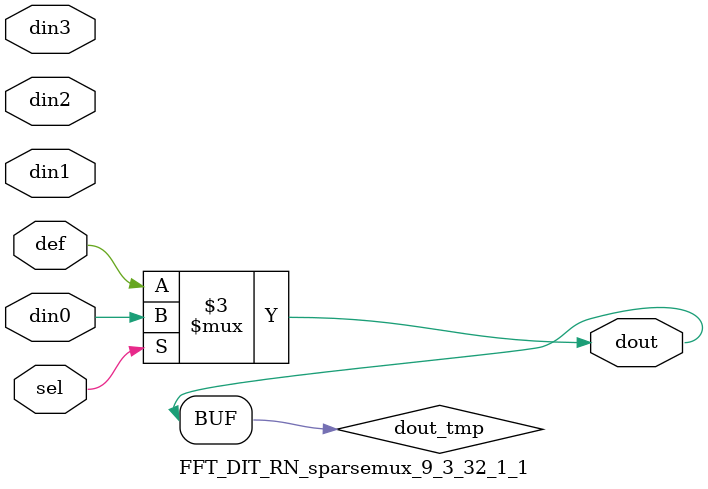
<source format=v>
`timescale 1ns / 1ps

module FFT_DIT_RN_sparsemux_9_3_32_1_1 (din0,din1,din2,din3,def,sel,dout);

parameter din0_WIDTH = 1;

parameter din1_WIDTH = 1;

parameter din2_WIDTH = 1;

parameter din3_WIDTH = 1;

parameter def_WIDTH = 1;
parameter sel_WIDTH = 1;
parameter dout_WIDTH = 1;

parameter [sel_WIDTH-1:0] CASE0 = 1;

parameter [sel_WIDTH-1:0] CASE1 = 1;

parameter [sel_WIDTH-1:0] CASE2 = 1;

parameter [sel_WIDTH-1:0] CASE3 = 1;

parameter ID = 1;
parameter NUM_STAGE = 1;



input [din0_WIDTH-1:0] din0;

input [din1_WIDTH-1:0] din1;

input [din2_WIDTH-1:0] din2;

input [din3_WIDTH-1:0] din3;

input [def_WIDTH-1:0] def;
input [sel_WIDTH-1:0] sel;

output [dout_WIDTH-1:0] dout;



reg [dout_WIDTH-1:0] dout_tmp;


always @ (*) begin
(* parallel_case *) case (sel)
    
    CASE0 : dout_tmp = din0;
    
    CASE1 : dout_tmp = din1;
    
    CASE2 : dout_tmp = din2;
    
    CASE3 : dout_tmp = din3;
    
    default : dout_tmp = def;
endcase
end


assign dout = dout_tmp;



endmodule

</source>
